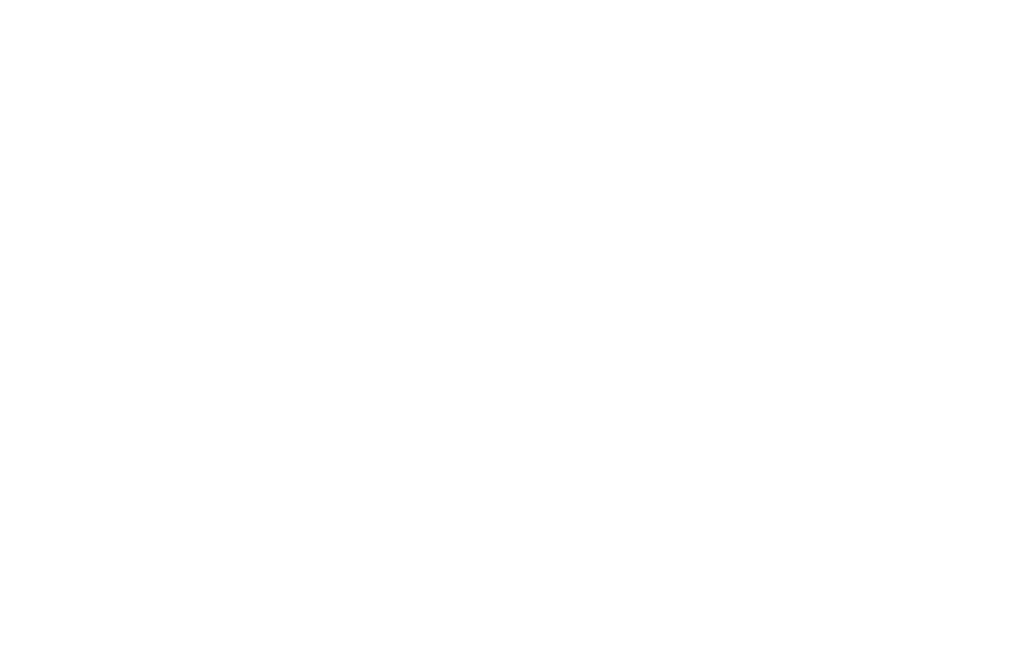
<source format=kicad_sch>
(kicad_sch (version 20211123) (generator eeschema)
  (paper "User" 259.994 170.002)
  (lib_symbols)
)
</source>
